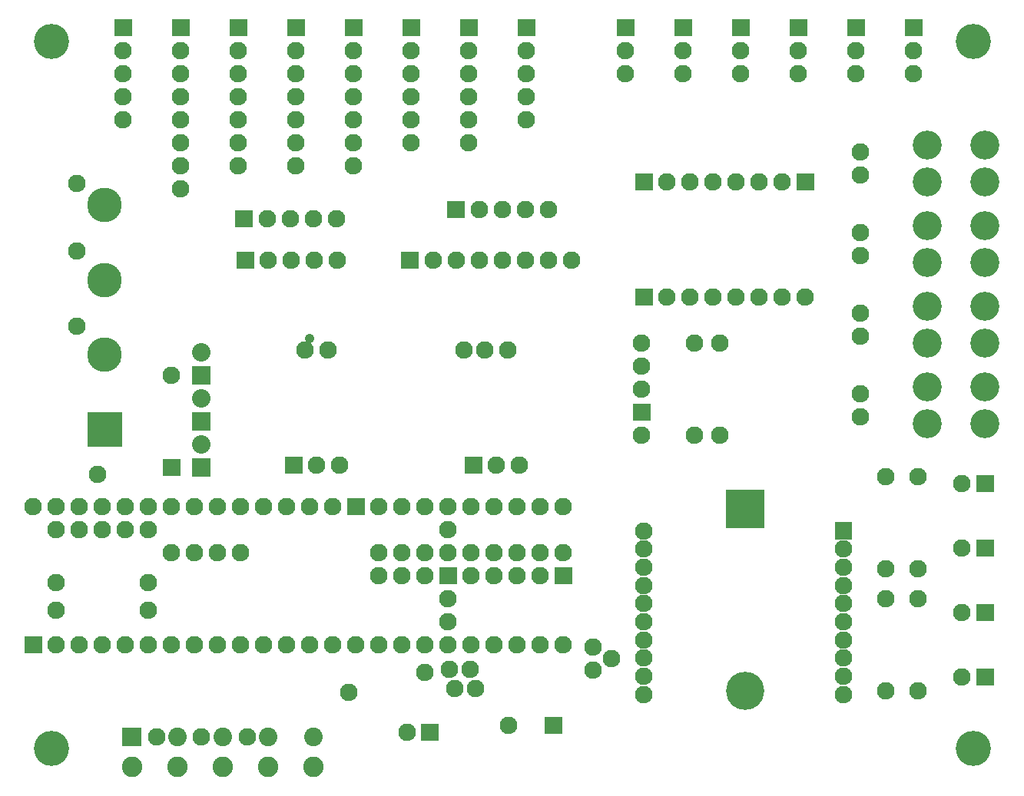
<source format=gbr>
G04 start of page 7 for group -4062 idx -4062 *
G04 Title: (unknown), soldermask *
G04 Creator: pcb 20140316 *
G04 CreationDate: Thu Dec 21 20:14:05 2017 UTC *
G04 For: frankenteddy *
G04 Format: Gerber/RS-274X *
G04 PCB-Dimensions (mil): 6000.00 5000.00 *
G04 PCB-Coordinate-Origin: lower left *
%MOIN*%
%FSLAX25Y25*%
%LNBOTTOMMASK*%
%ADD84C,0.0800*%
%ADD83C,0.0420*%
%ADD82C,0.0887*%
%ADD81C,0.0808*%
%ADD80C,0.1500*%
%ADD79C,0.1660*%
%ADD78C,0.1260*%
%ADD77C,0.1520*%
%ADD76C,0.0001*%
%ADD75C,0.0760*%
G54D75*X404000Y393000D03*
X414000D03*
X424000D03*
X434000D03*
G54D76*G36*
X440200Y396800D02*Y389200D01*
X447800D01*
Y396800D01*
X440200D01*
G37*
G54D75*X468000Y406000D03*
Y396000D03*
Y371000D03*
Y361000D03*
G54D77*X517000Y454000D03*
G54D78*X522000Y409000D03*
X497000Y393000D03*
Y409000D03*
Y374000D03*
G54D75*X491000Y440000D03*
Y450000D03*
G54D76*G36*
X487200Y463800D02*Y456200D01*
X494800D01*
Y463800D01*
X487200D01*
G37*
G54D78*X522000Y393000D03*
X497000Y358000D03*
X522000D03*
Y374000D03*
X497000Y323000D03*
Y288000D03*
Y304000D03*
Y339000D03*
X522000Y323000D03*
Y339000D03*
Y288000D03*
Y304000D03*
G54D75*X512000Y262000D03*
G54D76*G36*
X518200Y265800D02*Y258200D01*
X525800D01*
Y265800D01*
X518200D01*
G37*
G54D75*X460600Y217800D03*
Y209900D03*
Y202000D03*
Y194100D03*
X478986Y211986D03*
X479000Y224972D03*
X460600Y186200D03*
Y178300D03*
X512000Y178000D03*
G54D76*G36*
X518200Y181800D02*Y174200D01*
X525800D01*
Y181800D01*
X518200D01*
G37*
G54D75*X460600Y170400D03*
G54D77*X517000Y147000D03*
G54D75*X478986Y171986D03*
X492986D03*
Y211986D03*
G54D79*X418000Y172000D03*
G54D76*G36*
X456800Y245300D02*Y237700D01*
X464400D01*
Y245300D01*
X456800D01*
G37*
G54D75*X460600Y233600D03*
Y225700D03*
X512000Y234000D03*
G54D76*G36*
X518200Y237800D02*Y230200D01*
X525800D01*
Y237800D01*
X518200D01*
G37*
G54D75*X512000Y206000D03*
G54D76*G36*
X518200Y209800D02*Y202200D01*
X525800D01*
Y209800D01*
X518200D01*
G37*
G54D75*X479000Y264972D03*
X493000Y225000D03*
Y265000D03*
G54D76*G36*
X409700Y259300D02*Y242700D01*
X426300D01*
Y259300D01*
X409700D01*
G37*
G36*
X370200Y346800D02*Y339200D01*
X377800D01*
Y346800D01*
X370200D01*
G37*
G54D75*X384000Y343000D03*
X394000D03*
X404000D03*
X414000D03*
X424000D03*
X434000D03*
X444000D03*
X468000Y336000D03*
Y326000D03*
Y301000D03*
Y291000D03*
X395986Y282986D03*
X406986D03*
X395986Y322986D03*
X406986D03*
X466000Y440000D03*
Y450000D03*
G54D76*G36*
X462200Y463800D02*Y456200D01*
X469800D01*
Y463800D01*
X462200D01*
G37*
G54D75*X441000Y440000D03*
X416000D03*
X441000Y450000D03*
G54D76*G36*
X437200Y463800D02*Y456200D01*
X444800D01*
Y463800D01*
X437200D01*
G37*
G54D75*X416000Y450000D03*
G54D76*G36*
X412200Y463800D02*Y456200D01*
X419800D01*
Y463800D01*
X412200D01*
G37*
G54D75*X391000Y440000D03*
Y450000D03*
G54D76*G36*
X387200Y463800D02*Y456200D01*
X394800D01*
Y463800D01*
X387200D01*
G37*
G54D75*X374000Y241500D03*
Y233600D03*
Y225700D03*
Y217800D03*
Y209900D03*
Y202000D03*
X373000Y323000D03*
Y313000D03*
Y303000D03*
G54D76*G36*
X369200Y296800D02*Y289200D01*
X376800D01*
Y296800D01*
X369200D01*
G37*
G54D75*X373000Y283000D03*
X319000Y252000D03*
X320000Y270000D03*
X305000Y320000D03*
X315000D03*
X296000D03*
X329000Y252000D03*
X339000D03*
Y232000D03*
G54D76*G36*
X335200Y225800D02*Y218200D01*
X342800D01*
Y225800D01*
X335200D01*
G37*
G54D75*X319000Y232000D03*
Y222000D03*
X329000D03*
Y232000D03*
X374000Y194100D03*
Y186200D03*
X360000Y186000D03*
X374000Y178300D03*
X352000Y181000D03*
X374000Y170400D03*
X315157Y157000D03*
G54D76*G36*
X331043Y160800D02*Y153200D01*
X338643D01*
Y160800D01*
X331043D01*
G37*
G54D75*X319000Y192000D03*
X329000D03*
X339000D03*
X352000Y191000D03*
X289000Y212000D03*
G54D76*G36*
X285200Y225800D02*Y218200D01*
X292800D01*
Y225800D01*
X285200D01*
G37*
G54D75*X289000Y232000D03*
Y242000D03*
X299000Y232000D03*
Y222000D03*
X309000D03*
Y232000D03*
X279000D03*
G54D76*G36*
X296200Y273800D02*Y266200D01*
X303800D01*
Y273800D01*
X296200D01*
G37*
G54D75*X310000Y270000D03*
X289000Y202000D03*
X279000Y192000D03*
X289000D03*
X309000D03*
X299000D03*
X279000Y180000D03*
X289500Y181500D03*
X298500D03*
X292000Y173000D03*
X301000D03*
G54D76*G36*
X370200Y396800D02*Y389200D01*
X377800D01*
Y396800D01*
X370200D01*
G37*
G54D75*X384000Y393000D03*
X394000D03*
X298000Y410000D03*
Y420000D03*
Y430000D03*
Y440000D03*
Y450000D03*
G54D76*G36*
X294200Y463800D02*Y456200D01*
X301800D01*
Y463800D01*
X294200D01*
G37*
G54D75*X323000Y420000D03*
Y430000D03*
Y440000D03*
X366000D03*
Y450000D03*
G54D76*G36*
X362200Y463800D02*Y456200D01*
X369800D01*
Y463800D01*
X362200D01*
G37*
G54D75*X323000Y450000D03*
G54D76*G36*
X319200Y463800D02*Y456200D01*
X326800D01*
Y463800D01*
X319200D01*
G37*
G54D75*X173000Y390000D03*
X148000Y420000D03*
Y430000D03*
Y440000D03*
Y450000D03*
G54D77*X117000Y454000D03*
G54D75*X173000Y400000D03*
Y410000D03*
G54D76*G36*
X169200Y463800D02*Y456200D01*
X176800D01*
Y463800D01*
X169200D01*
G37*
G36*
X144200D02*Y456200D01*
X151800D01*
Y463800D01*
X144200D01*
G37*
G54D75*X173000Y420000D03*
Y430000D03*
Y440000D03*
Y450000D03*
G54D80*X140000Y383000D03*
G54D75*X128000Y392500D03*
X198000Y420000D03*
Y430000D03*
Y440000D03*
Y450000D03*
G54D76*G36*
X194200Y463800D02*Y456200D01*
X201800D01*
Y463800D01*
X194200D01*
G37*
G54D75*X223000Y440000D03*
Y450000D03*
G54D76*G36*
X219200Y463800D02*Y456200D01*
X226800D01*
Y463800D01*
X219200D01*
G37*
G54D75*X198000Y400000D03*
Y410000D03*
X223000Y430000D03*
Y400000D03*
Y410000D03*
Y420000D03*
X248000Y430000D03*
Y440000D03*
Y450000D03*
G54D76*G36*
X244200Y463800D02*Y456200D01*
X251800D01*
Y463800D01*
X244200D01*
G37*
G54D75*X248000Y400000D03*
Y410000D03*
Y420000D03*
X273000Y410000D03*
Y420000D03*
Y430000D03*
Y440000D03*
Y450000D03*
G54D76*G36*
X269200Y463800D02*Y456200D01*
X276800D01*
Y463800D01*
X269200D01*
G37*
G54D77*X117000Y147000D03*
G54D76*G36*
X147775Y156040D02*Y147960D01*
X155855D01*
Y156040D01*
X147775D01*
G37*
G54D81*X171500Y152000D03*
G54D75*X162500D03*
G54D82*X191185Y139008D03*
X171500D03*
X151815D03*
G54D75*X109000Y252000D03*
X119000D03*
X129000D03*
X139000D03*
X119000Y242000D03*
X119014Y218986D03*
X129000Y242000D03*
X139000D03*
G54D76*G36*
X105200Y195800D02*Y188200D01*
X112800D01*
Y195800D01*
X105200D01*
G37*
G54D75*X119000Y192000D03*
X129000D03*
X139000D03*
X119000Y207000D03*
X149000Y252000D03*
Y242000D03*
Y192000D03*
X159000Y252000D03*
Y242000D03*
X169000Y252000D03*
X199000Y232000D03*
X179000D03*
X189000D03*
X169000D03*
X159000Y192000D03*
X169000D03*
X179000D03*
X189000D03*
X199000D03*
X159000Y207000D03*
X159014Y218986D03*
X271118Y154000D03*
G54D76*G36*
X277318Y157800D02*Y150200D01*
X284918D01*
Y157800D01*
X277318D01*
G37*
G54D81*X230555Y152000D03*
G54D82*Y139008D03*
G54D75*X246000Y171500D03*
G54D82*X210870Y139008D03*
G54D81*X191185Y152000D03*
X210870D03*
G54D75*X202000D03*
X182000D03*
X189000Y252000D03*
X199000D03*
X209000D03*
G54D76*G36*
X218200Y273800D02*Y266200D01*
X225800D01*
Y273800D01*
X218200D01*
G37*
G54D75*X227000Y320000D03*
X237000D03*
X232000Y270000D03*
X242000D03*
G54D83*X229000Y325000D03*
G54D75*X249000Y192000D03*
X259000D03*
X269000D03*
Y222000D03*
X279000D03*
X259000D03*
X269000Y232000D03*
X259000D03*
X219000Y252000D03*
X229000D03*
X239000D03*
G54D76*G36*
X245200Y255800D02*Y248200D01*
X252800D01*
Y255800D01*
X245200D01*
G37*
G54D75*X259000Y252000D03*
X269000D03*
X279000D03*
X289000D03*
X299000D03*
X309000D03*
X241000Y359000D03*
G54D76*G36*
X268700Y362800D02*Y355200D01*
X276300D01*
Y362800D01*
X268700D01*
G37*
G54D75*X282500Y359000D03*
X292500D03*
X302500D03*
X312500D03*
X322500D03*
X332500D03*
X342500D03*
G54D76*G36*
X288700Y384800D02*Y377200D01*
X296300D01*
Y384800D01*
X288700D01*
G37*
G54D75*X302500Y381000D03*
X312500D03*
X322500D03*
X332500D03*
X209000Y192000D03*
X219000D03*
X229000D03*
X239000D03*
G54D76*G36*
X197200Y362800D02*Y355200D01*
X204800D01*
Y362800D01*
X197200D01*
G37*
G54D75*X211000Y359000D03*
X221000D03*
X231000D03*
G54D76*G36*
X196700Y380800D02*Y373200D01*
X204300D01*
Y380800D01*
X196700D01*
G37*
G54D75*X210500Y377000D03*
X220500D03*
X230500D03*
X240500D03*
G54D80*X140000Y350500D03*
G54D75*X128000Y363000D03*
X179000Y252000D03*
X169000Y309000D03*
G54D76*G36*
X165200Y272800D02*Y265200D01*
X172800D01*
Y272800D01*
X165200D01*
G37*
G36*
X178000Y273000D02*Y265000D01*
X186000D01*
Y273000D01*
X178000D01*
G37*
G54D84*X182000Y279000D03*
G54D76*G36*
X178000Y293000D02*Y285000D01*
X186000D01*
Y293000D01*
X178000D01*
G37*
G54D84*X182000Y299000D03*
G54D76*G36*
X178000Y313000D02*Y305000D01*
X186000D01*
Y313000D01*
X178000D01*
G37*
G54D84*X182000Y319000D03*
G54D80*X140000Y318000D03*
G54D76*G36*
X132500Y293000D02*Y278000D01*
X147500D01*
Y293000D01*
X132500D01*
G37*
G54D75*X137000Y266000D03*
X128000Y330500D03*
M02*

</source>
